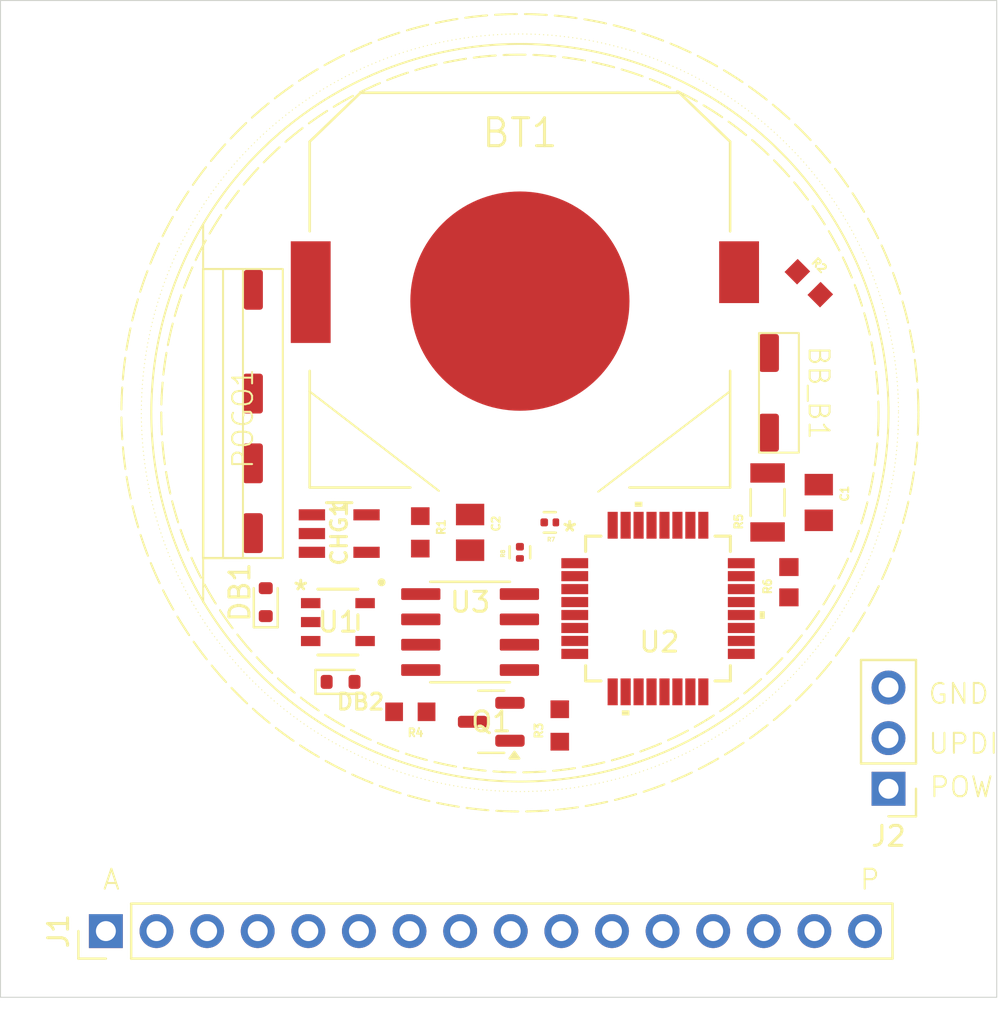
<source format=kicad_pcb>
(kicad_pcb (version 20241229) (generator "pcbnew") (generator_version "9.0")
  (layers (0 "F.Cu" signal) (2 "B.Cu" signal) (13 "F.Paste" user) (15 "B.Paste" user) (5 "F.SilkS" user "F.Silkscreen") (7 "B.SilkS" user "B.Silkscreen") (1 "F.Mask" user) (3 "B.Mask" user) (25 "Edge.Cuts" user))
  (net 0 "")
  (net 1 "Net-(CHG1-VBAT)")
  (net 2 "USB + ")
  (net 3 "GNDREF")
  (net 4 "BUTT")
  (net 5 "CHIP_POW")
  (net 6 "Net-(CHG1-PROG)")
  (net 7 "Charge_STAT")
  (net 10 "Bat_ON")
  (net 11 "F")
  (net 12 "P")
  (net 13 "N")
  (net 14 "B")
  (net 15 "M")
  (net 16 "O")
  (net 17 "L")
  (net 18 "A")
  (net 19 "J")
  (net 20 "H")
  (net 21 "D")
  (net 22 "K")
  (net 23 "I")
  (net 24 "G")
  (net 26 "C")
  (net 27 "E")
  (net 29 "UPDI")
  (net 30 "Bat_READ")
  (net 31 "RTC_WAKE")
  (net 32 "SDA")
  (net 33 "SCL")
  (net 35 "Net-(DB1-K)")
  (net 39 "Net-(Q1-G)")
  (footprint "Diode_SMD:D_SOD-523" (layer "F.Cu") (at 213.2432 95 90)
    (property "Reference" "DB1" (at 0.5 -1.3 90) (layer "F.SilkS"))
    (property "Value" "1N4148WT")
    (fp_line (start -1.26 -0.600001) (end -1.26 0.600001) (stroke (width 0.12)) (layer "F.SilkS"))
    (fp_line (start 0.7 -0.6) (end -1.26 -0.600001) (stroke (width 0.12)) (layer "F.SilkS"))
    (fp_line (start 0.7 0.6) (end -1.26 0.600001) (stroke (width 0.12)) (layer "F.SilkS"))
    (pad "1" smd roundrect (at -0.7 0 270) (size 0.6 0.7) (layers "F.Cu" "F.Mask" "F.Paste") (net 35 "Net-(DB1-K)"))
    (pad "2" smd roundrect (at 0.7 0 270) (size 0.6 0.7) (layers "F.Cu" "F.Mask" "F.Paste") (net 2 "USB + "))
  )
  (footprint "GRM21BC81E106ME51K:CAPC2012X140N" (layer "F.Cu") (at 223.5 91.5 -90)
    (property "Reference" "C2" (at -0.44 -1.3 90) (layer "F.SilkS") (effects (font (size 0.393701 0.393701) (thickness 0.098425))))
    (property "Value" "GRM21BC81E106ME51K")
    (pad "1" smd rect (at -0.895001 0 270) (size 1.08 1.42) (layers "F.Cu" "F.Mask" "F.Paste") (net 1 "Net-(CHG1-VBAT)"))
    (pad "2" smd rect (at 0.895001 0 270) (size 1.08 1.42) (layers "F.Cu" "F.Mask" "F.Paste") (net 3 "GNDREF"))
  )
  (footprint "Connector_PinHeader_2.54mm:PinHeader_1x16_P2.54mm_Vertical" (layer "F.Cu") (at 205.22 111.5 90)
    (property "Reference" "J1" (at 0 -2.38 90) (layer "F.SilkS"))
    (property "Value" "Conn_01x16")
    (fp_line (start -1.38 -1.38) (end 0 -1.379999) (stroke (width 0.12)) (layer "F.SilkS"))
    (fp_line (start -1.379999 0) (end -1.38 -1.38) (stroke (width 0.12)) (layer "F.SilkS"))
    (fp_line (start 1.38 1.27) (end 1.38 39.48) (stroke (width 0.12)) (layer "F.SilkS"))
    (fp_line (start -1.38 1.27) (end 1.38 1.27) (stroke (width 0.12)) (layer "F.SilkS"))
    (fp_line (start -1.38 1.27) (end -1.38 39.48) (stroke (width 0.12)) (layer "F.SilkS"))
    (fp_line (start -1.38 39.48) (end 1.38 39.48) (stroke (width 0.12)) (layer "F.SilkS"))
    (pad "1" thru_hole rect (at 0 0 90) (size 1.7 1.7) (drill 1) (layers "*.Cu" "*.Mask") (net 18 "A"))
    (pad "2" thru_hole circle (at 0 2.54 90) (size 1.7 1.7) (drill 1) (layers "*.Cu" "*.Mask") (net 14 "B"))
    (pad "3" thru_hole circle (at 0 5.079999 90) (size 1.7 1.7) (drill 1) (layers "*.Cu" "*.Mask") (net 26 "C"))
    (pad "4" thru_hole circle (at 0 7.62 90) (size 1.7 1.7) (drill 1) (layers "*.Cu" "*.Mask") (net 21 "D"))
    (pad "5" thru_hole circle (at 0 10.16 90) (size 1.7 1.7) (drill 1) (layers "*.Cu" "*.Mask") (net 27 "E"))
    (pad "6" thru_hole circle (at 0 12.7 90) (size 1.7 1.7) (drill 1) (layers "*.Cu" "*.Mask") (net 11 "F"))
    (pad "7" thru_hole circle (at 0 15.24 90) (size 1.7 1.7) (drill 1) (layers "*.Cu" "*.Mask") (net 24 "G"))
    (pad "8" thru_hole circle (at 0 17.780001 90) (size 1.7 1.7) (drill 1) (layers "*.Cu" "*.Mask") (net 20 "H"))
    (pad "9" thru_hole circle (at 0 20.32 90) (size 1.7 1.7) (drill 1) (layers "*.Cu" "*.Mask") (net 23 "I"))
    (pad "10" thru_hole circle (at 0 22.86 90) (size 1.7 1.7) (drill 1) (layers "*.Cu" "*.Mask") (net 19 "J"))
    (pad "11" thru_hole circle (at 0 25.4 90) (size 1.7 1.7) (drill 1) (layers "*.Cu" "*.Mask") (net 22 "K"))
    (pad "12" thru_hole circle (at 0 27.939999 90) (size 1.7 1.7) (drill 1) (layers "*.Cu" "*.Mask") (net 17 "L"))
    (pad "13" thru_hole circle (at 0 30.48 90) (size 1.7 1.7) (drill 1) (layers "*.Cu" "*.Mask") (net 15 "M"))
    (pad "14" thru_hole circle (at 0 33.02 90) (size 1.7 1.7) (drill 1) (layers "*.Cu" "*.Mask") (net 13 "N"))
    (pad "15" thru_hole circle (at 0 35.56 90) (size 1.7 1.7) (drill 1) (layers "*.Cu" "*.Mask") (net 16 "O"))
    (pad "16" thru_hole circle (at 0 38.099999 90) (size 1.7 1.7) (drill 1) (layers "*.Cu" "*.Mask") (net 12 "P"))
  )
  (footprint "BAT-HLD-003-SMT:BAT_BAT-HLD-003-SMT_CUT" (layer "F.Cu") (at 226 80)
    (property "Reference" "BT1" (at 0 -8.537465 0) (layer "F.SilkS") (effects (font (size 1.4 1.4))))
    (property "Value" "BAT-HLD-003-SMT")
    (fp_line (start -10.55 -8.1) (end -8 -10.55) (stroke (width 0.127)) (layer "F.SilkS"))
    (fp_line (start -10.55 -3.6) (end -10.55 -8.1) (stroke (width 0.127)) (layer "F.SilkS"))
    (fp_line (start -10.55 3.4) (end -10.55 9.25) (stroke (width 0.127)) (layer "F.SilkS"))
    (fp_line (start -10.55 9.25) (end -5.5 9.25) (stroke (width 0.127)) (layer "F.SilkS"))
    (fp_line (start -8 -10.55) (end 8 -10.55) (stroke (width 0.127)) (layer "F.SilkS"))
    (fp_line (start 5.5 9.25) (end 10.55 9.25) (stroke (width 0.127)) (layer "F.SilkS"))
    (fp_line (start 10.55 -8.1) (end 8 -10.55) (stroke (width 0.127)) (layer "F.SilkS"))
    (fp_line (start 10.55 -8.1) (end 10.55 -3.6) (stroke (width 0.127)) (layer "F.SilkS"))
    (fp_line (start 10.55 9.25) (end 10.55 3.4) (stroke (width 0.127)) (layer "F.SilkS"))
    (pad "N" smd circle (at 0 -0.1) (size 11 11) (layers "F.Cu" "F.Mask") (net 3 "GNDREF"))
    (pad "P" smd rect (at -10.5 -0.55) (size 2 5.1) (layers "F.Cu" "F.Mask") (net 1 "Net-(CHG1-VBAT)"))
    (pad "P" smd rect (at 11 -1.55) (size 2 3.1) (layers "F.Cu" "F.Mask") (net 1 "Net-(CHG1-VBAT)"))
  )
  (footprint "RN73H1JTTD5052F50:RN73H1JTTD5052F50" (layer "F.Cu") (at 221 91.5 -90)
    (property "Reference" "R1" (at -0.26 -1.05 90) (layer "F.SilkS") (effects (font (size 0.393701 0.393701))))
    (property "Value" "RN73H1JTTD5052F50")
    (pad "1" smd rect (at -0.814 0 270) (size 0.89 0.93) (layers "F.Cu" "F.Mask" "F.Paste") (net 6 "Net-(CHG1-PROG)"))
    (pad "2" smd rect (at 0.814 0 270) (size 0.89 0.93) (layers "F.Cu" "F.Mask" "F.Paste") (net 3 "GNDREF"))
  )
  (footprint "DS3231MZ:DS3231MZ_" (layer "F.Cu") (at 223.5 96.5)
    (property "Reference" "U3" (at 0 -1.5 0) (layer "F.SilkS"))
    (property "Value" "DS3231MZ_")
    (fp_line (start -2 -2.52) (end 2 -2.52) (stroke (width 0.127)) (layer "F.SilkS"))
    (fp_line (start -2 2.52) (end 2 2.52) (stroke (width 0.127)) (layer "F.SilkS"))
    (fp_circle (center -4.445 -2.495) (end -4.345 -2.495) (stroke (width 0.2)) (fill no) (layer "F.SilkS"))
    (pad "1" smd roundrect (at -2.475 -1.905) (size 1.97 0.59) (layers "F.Cu" "F.Mask" "F.Paste") (roundrect_rratio 0.125))
    (pad "2" smd roundrect (at -2.475 -0.635) (size 1.97 0.59) (layers "F.Cu" "F.Mask" "F.Paste") (roundrect_rratio 0.125) (net 31 "RTC_WAKE"))
    (pad "3" smd roundrect (at -2.475 0.635) (size 1.97 0.59) (layers "F.Cu" "F.Mask" "F.Paste") (roundrect_rratio 0.125))
    (pad "4" smd roundrect (at -2.475 1.905) (size 1.97 0.59) (layers "F.Cu" "F.Mask" "F.Paste") (roundrect_rratio 0.125) (net 5 "CHIP_POW"))
    (pad "5" smd roundrect (at 2.475 1.905) (size 1.97 0.59) (layers "F.Cu" "F.Mask" "F.Paste") (roundrect_rratio 0.125) (net 3 "GNDREF"))
    (pad "6" smd roundrect (at 2.475 0.635) (size 1.97 0.59) (layers "F.Cu" "F.Mask" "F.Paste") (roundrect_rratio 0.125) (net 5 "CHIP_POW"))
    (pad "7" smd roundrect (at 2.475 -0.635) (size 1.97 0.59) (layers "F.Cu" "F.Mask" "F.Paste") (roundrect_rratio 0.125) (net 32 "SDA"))
    (pad "8" smd roundrect (at 2.475 -1.905) (size 1.97 0.59) (layers "F.Cu" "F.Mask" "F.Paste") (roundrect_rratio 0.125) (net 33 "SCL"))
  )
  (footprint "MCP73832T_2ACI_OT:SOT95P270X145-5N" (layer "F.Cu") (at 216.9308 91.5602)
    (property "Reference" "CHG1" (at 0 0 90) (layer "F.SilkS") (effects (font (size 0.8 0.8))))
    (property "Value" "MCP73832T-2ACI_OT")
    (fp_line (start -0.3048 -1.5494) (end -0.635 -1.5494) (stroke (width 0.1524)) (layer "F.SilkS"))
    (fp_line (start 0.3048 -1.5494) (end -0.3048 -1.5494) (stroke (width 0.1524)) (layer "F.SilkS"))
    (fp_line (start 0.635 -1.5494) (end 0.3048 -1.5494) (stroke (width 0.1524)) (layer "F.SilkS"))
    (fp_arc (start 0.3048 -1.5494) (mid 0 -1.2446) (end -0.3048 -1.5494) (stroke (width 0.1524)) (layer "F.SilkS"))
    (pad "1" smd rect (at -1.3716 -0.9398) (size 1.3208 0.5588) (layers "F.Cu" "F.Mask" "F.Paste") (net 7 "Charge_STAT"))
    (pad "2" smd rect (at -1.3716 0) (size 1.3208 0.5588) (layers "F.Cu" "F.Mask" "F.Paste") (net 3 "GNDREF"))
    (pad "3" smd rect (at -1.3716 0.9398) (size 1.3208 0.5588) (layers "F.Cu" "F.Mask" "F.Paste") (net 1 "Net-(CHG1-VBAT)"))
    (pad "4" smd rect (at 1.3716 0.9398) (size 1.3208 0.5588) (layers "F.Cu" "F.Mask" "F.Paste") (net 2 "USB + "))
    (pad "5" smd rect (at 1.3716 -0.9398) (size 1.3208 0.5588) (layers "F.Cu" "F.Mask" "F.Paste") (net 6 "Net-(CHG1-PROG)"))
  )
  (footprint "RN73H1JTTD5052F50:RN73H1JTTD5052F50" (layer "F.Cu") (at 240.5 79 -45)
    (property "Reference" "R2" (at -0.26 -1 135) (layer "F.SilkS") (effects (font (size 0.393701 0.393701))))
    (property "Value" "RN73H1JTTD5052F50")
    (pad "1" smd rect (at -0.814 0 315) (size 0.89 0.93) (layers "F.Cu" "F.Mask" "F.Paste") (net 4 "BUTT"))
    (pad "2" smd rect (at 0.814 0 315) (size 0.89 0.93) (layers "F.Cu" "F.Mask" "F.Paste") (net 3 "GNDREF"))
  )
  (footprint "RC0201FR_074K7L:RESC0603X26N" (layer "F.Cu") (at 227.5 91 180)
    (property "Reference" "R7" (at -0.065 -0.854 0) (layer "F.SilkS") (effects (font (size 0.2 0.2))))
    (property "Value" "RC0201FR-074K7L")
    (fp_line (start -0.3 0.515) (end 0.3 0.515) (stroke (width 0.127)) (layer "F.SilkS"))
    (fp_line (start -0.3 -0.515) (end 0.3 -0.515) (stroke (width 0.127)) (layer "F.SilkS"))
    (pad "1" smd roundrect (at -0.305001 0 180) (size 0.33 0.4) (layers "F.Cu" "F.Mask" "F.Paste") (net 32 "SDA"))
    (pad "2" smd roundrect (at 0.28 0 180) (size 0.38 0.4) (layers "F.Cu" "F.Mask" "F.Paste") (net 5 "CHIP_POW"))
  )
  (footprint "GRM21BC81E106ME51K:CAPC2012X140N" (layer "F.Cu") (at 241 90 -90)
    (property "Reference" "C1" (at -0.44 -1.3 90) (layer "F.SilkS") (effects (font (size 0.393701 0.393701) (thickness 0.098425))))
    (property "Value" "GRM21BC81E106ME51K")
    (pad "1" smd rect (at -0.895001 0 270) (size 1.08 1.42) (layers "F.Cu" "F.Mask" "F.Paste") (net 5 "CHIP_POW"))
    (pad "2" smd rect (at 0.895001 0 270) (size 1.08 1.42) (layers "F.Cu" "F.Mask" "F.Paste") (net 3 "GNDREF"))
  )
  (footprint "RC0201FR_074K7L:RESC0603X26N" (layer "F.Cu") (at 226 92.5 90)
    (property "Reference" "R8" (at -0.065 -0.854 90) (layer "F.SilkS") (effects (font (size 0.2 0.2))))
    (property "Value" "RC0201FR-074K7L")
    (fp_line (start -0.3 -0.515) (end 0.3 -0.515) (stroke (width 0.127)) (layer "F.SilkS"))
    (fp_line (start -0.3 0.515) (end 0.3 0.515) (stroke (width 0.127)) (layer "F.SilkS"))
    (pad "1" smd roundrect (at -0.305001 0 90) (size 0.33 0.4) (layers "F.Cu" "F.Mask" "F.Paste") (net 33 "SCL"))
    (pad "2" smd roundrect (at 0.28 0 90) (size 0.38 0.4) (layers "F.Cu" "F.Mask" "F.Paste") (net 5 "CHIP_POW"))
  )
  (footprint "RMCF0603FT300K:RMCF0603FT300K" (layer "F.Cu") (at 239.5 94 90)
    (property "Reference" "R6" (at -0.21 -1.07 90) (layer "F.SilkS") (effects (font (size 0.393701 0.393701))))
    (property "Value" "RMCF0603FT300K")
    (pad "1" smd rect (at -0.76 0 90) (size 0.9 0.97) (layers "F.Cu" "F.Mask" "F.Paste") (net 30 "Bat_READ"))
    (pad "2" smd rect (at 0.76 0 90) (size 0.9 0.97) (layers "F.Cu" "F.Mask" "F.Paste") (net 3 "GNDREF"))
  )
  (footprint "TPS7A0230PDBVR:TPS7A0230PDBVR" (layer "F.Cu") (at 216.86525 96)
    (property "Reference" "U1" (at 0 0 0) (layer "F.SilkS"))
    (property "Value" "TPS7A0230PDBVR")
    (fp_line (start -1.0033 1.651) (end 1.0033 1.651) (stroke (width 0.1524)) (layer "F.SilkS"))
    (fp_line (start 1.0033 -1.651) (end -1.0033 -1.651) (stroke (width 0.1524)) (layer "F.SilkS"))
    (fp_line (start 1.0033 0.363261) (end 1.0033 -0.363261) (stroke (width 0.1524)) (layer "F.SilkS"))
    (fp_text user "*" (at -1.86525 -1.549999 0) (layer "F.SilkS"))
    (pad "1" smd rect (at -1.36525 -0.950001) (size 0.9779 0.508) (layers "F.Cu" "F.Mask" "F.Paste") (net 1 "Net-(CHG1-VBAT)"))
    (pad "2" smd rect (at -1.36525 0) (size 0.9779 0.508) (layers "F.Cu" "F.Mask" "F.Paste") (net 3 "GNDREF"))
    (pad "3" smd rect (at -1.36525 0.950001) (size 0.9779 0.508) (layers "F.Cu" "F.Mask" "F.Paste") (net 35 "Net-(DB1-K)"))
    (pad "4" smd rect (at 1.36525 0.950001) (size 0.9779 0.508) (layers "F.Cu" "F.Mask" "F.Paste"))
    (pad "5" smd rect (at 1.36525 -0.950001) (size 0.9779 0.508) (layers "F.Cu" "F.Mask" "F.Paste") (net 5 "CHIP_POW"))
  )
  (footprint "WL-SMCC_0402:Untitled" (layer "F.Cu") (at 207.1 85.5375)
    (property "Reference" "POGO1" (at 5 0.25 90) (layer "F.SilkS") (effects (font (thickness 0.1))))
    (property "Value" "~")
    (fp_rect (start 3 -7.25) (end 4 7.25) (stroke (width 0.1)) (fill no) (layer "F.SilkS"))
    (fp_rect (start 3 -7.25) (end 5 7.25) (stroke (width 0.1)) (fill no) (layer "F.SilkS"))
    (fp_rect (start 3 -7.25) (end 7 7.25) (stroke (width 0.1)) (fill no) (layer "F.SilkS"))
    (pad "1" smd roundrect (at 5.5 -1) (size 1 2) (layers "F.Cu" "F.Mask" "F.Paste") (roundrect_rratio 0.15) (net 2 "USB + "))
    (pad "2" smd roundrect (at 5.5 2.5) (size 1 2) (layers "F.Cu" "F.Mask" "F.Paste") (roundrect_rratio 0.15) (net 3 "GNDREF"))
    (pad "3" smd roundrect (at 5.5 6) (size 1 2) (layers "F.Cu" "F.Mask" "F.Paste") (roundrect_rratio 0.15) (net 29 "UPDI"))
    (pad "4" smd roundrect (at 5.519611 -6.205481) (size 0.960778 2) (layers "F.Cu" "F.Mask" "F.Paste") (roundrect_rratio 0.15))
  )
  (footprint "ATMEGA4808-AU:ATMEGA4808-AU" (layer "F.Cu") (at 232.9308 95.3212)
    (property "Reference" "U2" (at 0.0692 1.6788 0) (layer "F.SilkS"))
    (property "Value" "ATMEGA4808-AU")
    (fp_line (start -3.6322 -3.6322) (end -3.6322 -2.861739) (stroke (width 0.1524)) (layer "F.SilkS"))
    (fp_line (start -3.6322 2.861739) (end -3.6322 3.6322) (stroke (width 0.1524)) (layer "F.SilkS"))
    (fp_line (start -3.6322 3.6322) (end -2.861739 3.6322) (stroke (width 0.1524)) (layer "F.SilkS"))
    (fp_line (start -2.861739 -3.6322) (end -3.6322 -3.6322) (stroke (width 0.1524)) (layer "F.SilkS"))
    (fp_line (start 2.861739 3.6322) (end 3.6322 3.6322) (stroke (width 0.1524)) (layer "F.SilkS"))
    (fp_line (start 3.6322 -3.6322) (end 2.861739 -3.6322) (stroke (width 0.1524)) (layer "F.SilkS"))
    (fp_line (start 3.6322 -2.861739) (end 3.6322 -3.6322) (stroke (width 0.1524)) (layer "F.SilkS"))
    (fp_line (start 3.6322 3.6322) (end 3.6322 2.861739) (stroke (width 0.1524)) (layer "F.SilkS"))
    (fp_poly (pts (xy -1.815501 5.1054) (xy -1.815501 5.3594) (xy -1.4345 5.3594) (xy -1.4345 5.1054)) (fill yes) (layer "F.SilkS"))
    (fp_poly (pts (xy -1.165499 -5.1054) (xy -1.165499 -5.3594) (xy -0.784499 -5.359401) (xy -0.7845 -5.1054)) (fill yes) (layer "F.SilkS"))
    (fp_poly (pts (xy 5.359401 0.134501) (xy 5.3594 0.515501) (xy 5.1054 0.515501) (xy 5.1054 0.134502)) (fill yes) (layer "F.SilkS"))
    (fp_text user "*" (at -4.4308 -3.8212 0) (layer "F.SilkS"))
    (pad "1" smd rect (at -4.1783 -2.274999 90) (size 0.508 1.3462) (layers "F.Cu" "F.Mask" "F.Paste") (net 33 "SCL"))
    (pad "2" smd rect (at -4.1783 -1.625001 90) (size 0.508 1.3462) (layers "F.Cu" "F.Mask" "F.Paste") (net 18 "A"))
    (pad "3" smd rect (at -4.1783 -0.974999 90) (size 0.508 1.3462) (layers "F.Cu" "F.Mask" "F.Paste") (net 14 "B"))
    (pad "4" smd rect (at -4.1783 -0.325001 90) (size 0.508 1.3462) (layers "F.Cu" "F.Mask" "F.Paste") (net 26 "C"))
    (pad "5" smd rect (at -4.1783 0.325001 90) (size 0.508 1.3462) (layers "F.Cu" "F.Mask" "F.Paste") (net 21 "D"))
    (pad "6" smd rect (at -4.1783 0.974999 90) (size 0.508 1.3462) (layers "F.Cu" "F.Mask" "F.Paste") (net 27 "E"))
    (pad "7" smd rect (at -4.1783 1.625001 90) (size 0.508 1.3462) (layers "F.Cu" "F.Mask" "F.Paste") (net 11 "F"))
    (pad "8" smd rect (at -4.1783 2.274999 90) (size 0.508 1.3462) (layers "F.Cu" "F.Mask" "F.Paste") (net 24 "G"))
    (pad "9" smd rect (at -2.274999 4.1783) (size 0.508 1.3462) (layers "F.Cu" "F.Mask" "F.Paste") (net 20 "H"))
    (pad "10" smd rect (at -1.625001 4.1783) (size 0.508 1.3462) (layers "F.Cu" "F.Mask" "F.Paste") (net 23 "I"))
    (pad "11" smd rect (at -0.974999 4.1783) (size 0.508 1.3462) (layers "F.Cu" "F.Mask" "F.Paste") (net 19 "J"))
    (pad "12" smd rect (at -0.325001 4.1783) (size 0.508 1.3462) (layers "F.Cu" "F.Mask" "F.Paste") (net 22 "K"))
    (pad "13" smd rect (at 0.325001 4.1783) (size 0.508 1.3462) (layers "F.Cu" "F.Mask" "F.Paste") (net 17 "L"))
    (pad "14" smd rect (at 0.974999 4.1783) (size 0.508 1.3462) (layers "F.Cu" "F.Mask" "F.Paste") (net 15 "M"))
    (pad "15" smd rect (at 1.625001 4.1783) (size 0.508 1.3462) (layers "F.Cu" "F.Mask" "F.Paste") (net 13 "N"))
    (pad "16" smd rect (at 2.274999 4.1783) (size 0.508 1.3462) (layers "F.Cu" "F.Mask" "F.Paste") (net 16 "O"))
    (pad "17" smd rect (at 4.1783 2.274999 90) (size 0.508 1.3462) (layers "F.Cu" "F.Mask" "F.Paste") (net 12 "P"))
    (pad "18" smd rect (at 4.1783 1.625001 90) (size 0.508 1.3462) (layers "F.Cu" "F.Mask" "F.Paste") (net 5 "CHIP_POW"))
    (pad "19" smd rect (at 4.1783 0.974999 90) (size 0.508 1.3462) (layers "F.Cu" "F.Mask" "F.Paste") (net 3 "GNDREF"))
    (pad "20" smd rect (at 4.1783 0.325001 90) (size 0.508 1.3462) (layers "F.Cu" "F.Mask" "F.Paste"))
    (pad "21" smd rect (at 4.1783 -0.325001 90) (size 0.508 1.3462) (layers "F.Cu" "F.Mask" "F.Paste"))
    (pad "22" smd rect (at 4.1783 -0.974999 90) (size 0.508 1.3462) (layers "F.Cu" "F.Mask" "F.Paste"))
    (pad "23" smd rect (at 4.1783 -1.625001 90) (size 0.508 1.3462) (layers "F.Cu" "F.Mask" "F.Paste") (net 39 "Net-(Q1-G)"))
    (pad "24" smd rect (at 4.1783 -2.274999 90) (size 0.508 1.3462) (layers "F.Cu" "F.Mask" "F.Paste") (net 7 "Charge_STAT"))
    (pad "25" smd rect (at 2.274999 -4.1783) (size 0.508 1.3462) (layers "F.Cu" "F.Mask" "F.Paste") (net 30 "Bat_READ"))
    (pad "26" smd rect (at 1.625001 -4.1783) (size 0.508 1.3462) (layers "F.Cu" "F.Mask" "F.Paste") (net 10 "Bat_ON"))
    (pad "27" smd rect (at 0.974999 -4.1783) (size 0.508 1.3462) (layers "F.Cu" "F.Mask" "F.Paste") (net 29 "UPDI"))
    (pad "28" smd rect (at 0.325001 -4.1783) (size 0.508 1.3462) (layers "F.Cu" "F.Mask" "F.Paste") (net 5 "CHIP_POW"))
    (pad "29" smd rect (at -0.325001 -4.1783) (size 0.508 1.3462) (layers "F.Cu" "F.Mask" "F.Paste") (net 3 "GNDREF"))
    (pad "30" smd rect (at -0.974999 -4.1783) (size 0.508 1.3462) (layers "F.Cu" "F.Mask" "F.Paste"))
    (pad "31" smd rect (at -1.625001 -4.1783) (size 0.508 1.3462) (layers "F.Cu" "F.Mask" "F.Paste") (net 4 "BUTT"))
    (pad "32" smd rect (at -2.274999 -4.1783) (size 0.508 1.3462) (layers "F.Cu" "F.Mask" "F.Paste") (net 32 "SDA"))
  )
  (footprint "Button_breakout:BB_B" (layer "F.Cu") (at 239 84.5 180)
    (property "Reference" "BB_B1" (at -2.000001 0 270) (layer "F.SilkS") (effects (font (thickness 0.1))))
    (property "Value" "~")
    (fp_poly (pts (xy -1 -3) (xy 1 -3) (xy 1 3) (xy -1 3)) (stroke (width 0.1)) (fill no) (layer "F.SilkS"))
    (pad "1" smd roundrect (at 0.5 -2 270) (size 1.905 1) (layers "F.Cu" "F.Mask" "F.Paste") (roundrect_rratio 0.15) (net 5 "CHIP_POW"))
    (pad "2" smd roundrect (at 0.5 2 270) (size 1.905 1) (layers "F.Cu" "F.Mask" "F.Paste") (roundrect_rratio 0.15) (net 4 "BUTT"))
  )
  (footprint "RN73H1JTTD5052F50:RN73H1JTTD5052F50" (layer "F.Cu") (at 228 101.186 90)
    (property "Reference" "R3" (at -0.26 -1.05 90) (layer "F.SilkS") (effects (font (size 0.393701 0.393701))))
    (property "Value" "RN73H1JTTD5052F50")
    (pad "1" smd rect (at -0.814 0 90) (size 0.89 0.93) (layers "F.Cu" "F.Mask" "F.Paste") (net 7 "Charge_STAT"))
    (pad "2" smd rect (at 0.814 0 90) (size 0.89 0.93) (layers "F.Cu" "F.Mask" "F.Paste") (net 5 "CHIP_POW"))
  )
  (footprint "RN73H1JTTD5052F50:RN73H1JTTD5052F50" (layer "F.Cu") (at 220.5 100.5 180)
    (property "Reference" "R4" (at -0.26 -1.05 0) (layer "F.SilkS") (effects (font (size 0.393701 0.393701))))
    (property "Value" "RN73H1JTTD5052F50")
    (pad "1" smd rect (at -0.814 0 180) (size 0.89 0.93) (layers "F.Cu" "F.Mask" "F.Paste") (net 31 "RTC_WAKE"))
    (pad "2" smd rect (at 0.814 0 180) (size 0.89 0.93) (layers "F.Cu" "F.Mask" "F.Paste") (net 3 "GNDREF"))
  )
  (footprint "Package_TO_SOT_SMD:SOT-23" (layer "F.Cu") (at 224.5625 101 180)
    (property "Reference" "Q1" (at 0 0 0) (layer "F.SilkS"))
    (property "Value" "IRLML6402")
    (fp_line (start 0 1.560001) (end 0.65 1.56) (stroke (width 0.12)) (layer "F.SilkS"))
    (fp_line (start 0 1.560001) (end -0.65 1.56) (stroke (width 0.12)) (layer "F.SilkS"))
    (fp_line (start 0 -1.560001) (end 0.65 -1.56) (stroke (width 0.12)) (layer "F.SilkS"))
    (fp_line (start 0 -1.560001) (end -0.65 -1.56) (stroke (width 0.12)) (layer "F.SilkS"))
    (fp_poly (pts (xy -1.1625 -1.51) (xy -1.4025 -1.84) (xy -0.9225 -1.839999)) (stroke (width 0.12)) (fill yes) (layer "F.SilkS"))
    (pad "1" smd roundrect (at -0.9375 -0.95 180) (size 1.475 0.6) (layers "F.Cu" "F.Mask" "F.Paste") (net 39 "Net-(Q1-G)"))
    (pad "2" smd roundrect (at -0.9375 0.95 180) (size 1.475 0.6) (layers "F.Cu" "F.Mask" "F.Paste") (net 5 "CHIP_POW"))
    (pad "3" smd roundrect (at 0.937501 0 180) (size 1.475 0.6) (layers "F.Cu" "F.Mask" "F.Paste") (net 31 "RTC_WAKE"))
  )
  (footprint "Diode_SMD:D_SOD-523" (layer "F.Cu") (at 217 99)
    (property "Reference" "DB2" (at 1 1 0) (layer "F.SilkS") (effects (font (size 0.8 0.8))))
    (property "Value" "1N4148WT")
    (fp_line (start -1.26 -0.600001) (end -1.26 0.600001) (stroke (width 0.12)) (layer "F.SilkS"))
    (fp_line (start 0.7 -0.6) (end -1.26 -0.600001) (stroke (width 0.12)) (layer "F.SilkS"))
    (fp_line (start 0.7 0.6) (end -1.26 0.600001) (stroke (width 0.12)) (layer "F.SilkS"))
    (pad "1" smd roundrect (at -0.7 0 180) (size 0.6 0.7) (layers "F.Cu" "F.Mask" "F.Paste") (net 35 "Net-(DB1-K)"))
    (pad "2" smd roundrect (at 0.7 0 180) (size 0.6 0.7) (layers "F.Cu" "F.Mask" "F.Paste") (net 10 "Bat_ON"))
  )
  (footprint "RC1206FR_07120KL:RC1206FR_07120KL" (layer "F.Cu") (at 238.4308 90 90)
    (property "Reference" "R5" (at -0.96 -1.45 90) (layer "F.SilkS") (effects (font (size 0.393701 0.393701))))
    (property "Value" "RC1206FR-07120KL")
    (fp_line (start -0.67 -0.85) (end 0.67 -0.85) (stroke (width 0.127)) (layer "F.SilkS"))
    (fp_line (start -0.67 0.85) (end 0.67 0.85) (stroke (width 0.127)) (layer "F.SilkS"))
    (pad "1" smd rect (at -1.48 0 90) (size 0.97 1.73) (layers "F.Cu" "F.Mask" "F.Paste") (net 1 "Net-(CHG1-VBAT)"))
    (pad "2" smd rect (at 1.48 0 90) (size 0.97 1.73) (layers "F.Cu" "F.Mask" "F.Paste") (net 30 "Bat_READ"))
  )
  (footprint "Connector_PinHeader_2.54mm:PinHeader_1x03_P2.54mm_Vertical" (layer "F.Cu") (at 244.5 104.3612 180)
    (property "Reference" "J2" (at 0 -2.38 0) (layer "F.SilkS"))
    (property "Value" "Conn_01x03")
    (fp_line (start 1.38 1.27) (end 1.38 6.46) (stroke (width 0.12)) (layer "F.SilkS"))
    (fp_line (start -1.379999 0) (end -1.38 -1.38) (stroke (width 0.12)) (layer "F.SilkS"))
    (fp_line (start -1.38 6.46) (end 1.38 6.46) (stroke (width 0.12)) (layer "F.SilkS"))
    (fp_line (start -1.38 1.27) (end 1.38 1.27) (stroke (width 0.12)) (layer "F.SilkS"))
    (fp_line (start -1.38 1.27) (end -1.38 6.46) (stroke (width 0.12)) (layer "F.SilkS"))
    (fp_line (start -1.38 -1.38) (end 0 -1.379999) (stroke (width 0.12)) (layer "F.SilkS"))
    (pad "1" thru_hole rect (at 0 0 180) (size 1.7 1.7) (drill 1) (layers "*.Cu" "*.Mask") (net 5 "CHIP_POW"))
    (pad "2" thru_hole circle (at 0 2.54 180) (size 1.7 1.7) (drill 1) (layers "*.Cu" "*.Mask") (net 29 "UPDI"))
    (pad "3" thru_hole circle (at 0 5.079999 180) (size 1.7 1.7) (drill 1) (layers "*.Cu" "*.Mask") (net 3 "GNDREF"))
  )
  (gr_line (start 215.432366 84.418577) (end 221.932366 89.418577) (stroke (width 0.1)) (layer "F.SilkS"))
  (gr_circle (center 226 85.5) (end 245 85.5) (stroke (width 0.05) (type dot)) (fill no) (layer "F.SilkS"))
  (gr_circle (center 226 85.537465) (end 244 85.537465) (stroke (width 0.1) (type dash)) (fill no) (layer "F.SilkS"))
  (gr_line (start 210.103132 95) (end 210.10106 76.078411) (stroke (width 0.1)) (layer "F.SilkS"))
  (gr_circle (center 226 85.5) (end 246 85.5) (stroke (width 0.1) (type dash)) (fill no) (layer "F.SilkS"))
  (gr_circle (center 226 85.5) (end 244.5 85.5) (stroke (width 0.1)) (fill no) (layer "F.SilkS"))
  (gr_line (start 236.551566 84.418577) (end 229.932366 89.460877) (stroke (width 0.1)) (layer "F.SilkS"))
  (gr_rect (start 199.930774 64.821189) (end 249.930774 114.821189) (stroke (width 0.05)) (fill no) (layer "Edge.Cuts"))
  (gr_text "A" (at 205 109.5 0) (layer "F.SilkS") (effects (font (size 1 1) (thickness 0.1)) (justify left bottom)))
  (gr_text "P" (at 243 109.5 0) (layer "F.SilkS") (effects (font (size 1 1) (thickness 0.1)) (justify left bottom)))
  (gr_text "POW" (at 246.5 104.8612 0) (layer "F.SilkS") (effects (font (size 1 1) (thickness 0.1)) (justify left bottom)))
  (gr_text "UPDI" (at 246.430774 102.682389 0) (layer "F.SilkS") (effects (font (size 1 1) (thickness 0.1)) (justify left bottom)))
  (gr_text "GND" (at 246.430774 100.182389 0) (layer "F.SilkS") (effects (font (size 1 1) (thickness 0.1)) (justify left bottom)))
)
</source>
